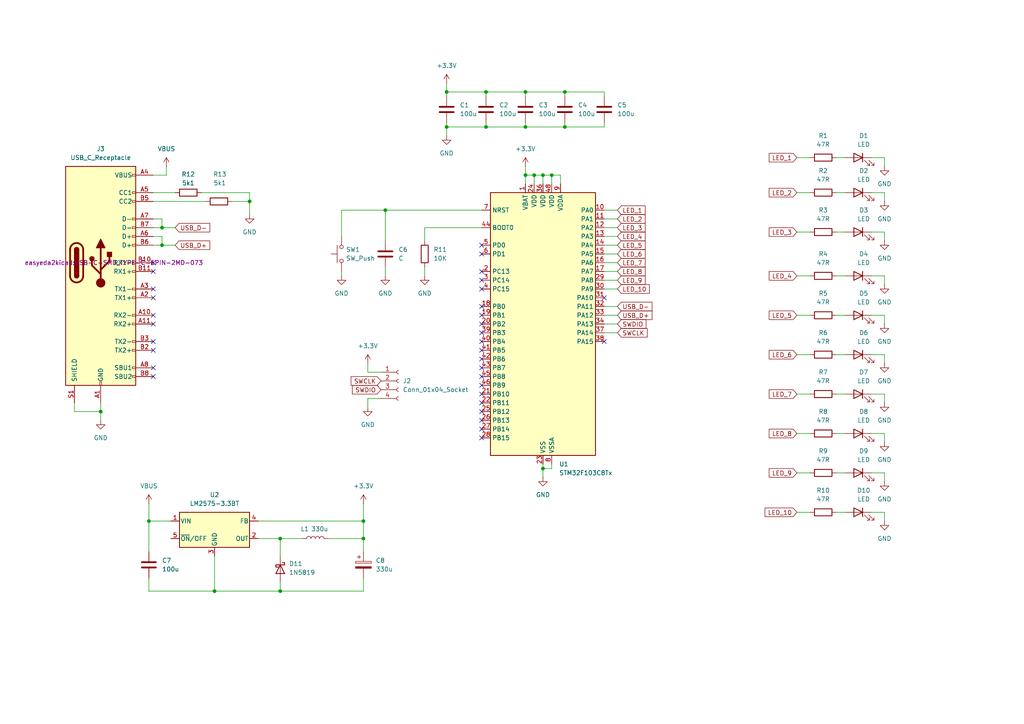
<source format=kicad_sch>
(kicad_sch (version 20250114) (generator "eeschema") (generator_version "9.0")
  (paper "A4")
  (lib_symbols
    (symbol "Connector:Conn_01x04_Socket" (pin_names (offset 1.016) (hide yes))
      (property "Reference" "J" (at 0 5.08 0))
      (property "Value" "Conn_01x04_Socket" (at 0 -7.62 0))
      (symbol "Conn_01x04_Socket_1_1"
        (polyline (pts (xy -1.27 2.54) (xy -0.508 2.54)) (stroke (width 0.1524)))
        (polyline (pts (xy -1.27 0) (xy -0.508 0)) (stroke (width 0.1524)))
        (polyline (pts (xy -1.27 -2.54) (xy -0.508 -2.54)) (stroke (width 0.1524)))
        (polyline (pts (xy -1.27 -5.08) (xy -0.508 -5.08)) (stroke (width 0.1524)))
        (arc (start 0 2.032) (mid -0.5058 2.54) (end 0 3.048) (stroke (width 0.1524)))
        (arc (start 0 -0.508) (mid -0.5058 0) (end 0 0.508) (stroke (width 0.1524)))
        (arc (start 0 -3.048) (mid -0.5058 -2.54) (end 0 -2.032) (stroke (width 0.1524)))
        (arc (start 0 -5.588) (mid -0.5058 -5.08) (end 0 -4.572) (stroke (width 0.1524)))
        (pin passive line (at -5.08 2.54 0) (length 3.81) (name "Pin_1") (number "1"))
        (pin passive line (at -5.08 0 0) (length 3.81) (name "Pin_2") (number "2"))
        (pin passive line (at -5.08 -2.54 0) (length 3.81) (name "Pin_3") (number "3"))
        (pin passive line (at -5.08 -5.08 0) (length 3.81) (name "Pin_4") (number "4"))
      )
    )
    (symbol "Connector:USB_C_Receptacle" (pin_names (offset 1.016))
      (property "Reference" "J" (at -10.16 29.21 0))
      (property "Value" "USB_C_Receptacle" (at 10.16 29.21 0))
      (symbol "USB_C_Receptacle_0_0"
        (rectangle (start -0.254 -35.56) (end 0.254 -34.544))
        (rectangle (start 10.16 25.654) (end 9.144 25.146))
        (rectangle (start 10.16 20.574) (end 9.144 20.066))
        (rectangle (start 10.16 18.034) (end 9.144 17.526))
        (rectangle (start 10.16 12.954) (end 9.144 12.446))
        (rectangle (start 10.16 10.414) (end 9.144 9.906))
        (rectangle (start 10.16 7.874) (end 9.144 7.366))
        (rectangle (start 10.16 5.334) (end 9.144 4.826))
        (rectangle (start 10.16 0.254) (end 9.144 -0.254))
        (rectangle (start 10.16 -2.286) (end 9.144 -2.794))
        (rectangle (start 10.16 -7.366) (end 9.144 -7.874))
        (rectangle (start 10.16 -9.906) (end 9.144 -10.414))
        (rectangle (start 10.16 -14.986) (end 9.144 -15.494))
        (rectangle (start 10.16 -17.526) (end 9.144 -18.034))
        (rectangle (start 10.16 -22.606) (end 9.144 -23.114))
        (rectangle (start 10.16 -25.146) (end 9.144 -25.654))
        (rectangle (start 10.16 -30.226) (end 9.144 -30.734))
        (rectangle (start 10.16 -32.766) (end 9.144 -33.274))
      )
      (symbol "USB_C_Receptacle_0_1"
        (rectangle (start -10.16 27.94) (end 10.16 -35.56) (stroke (width 0.254)) (fill (type background)))
        (polyline (pts (xy -8.89 -3.81) (xy -8.89 3.81)) (stroke (width 0.508)))
        (rectangle (start -7.62 -3.81) (end -6.35 3.81) (stroke (width 0.254)) (fill (type outline)))
        (arc (start -7.62 3.81) (mid -6.985 4.4423) (end -6.35 3.81) (stroke (width 0.254)))
        (arc (start -7.62 3.81) (mid -6.985 4.4423) (end -6.35 3.81) (stroke (width 0.254)) (fill (type outline)))
        (arc (start -8.89 3.81) (mid -6.985 5.7067) (end -5.08 3.81) (stroke (width 0.508)))
        (arc (start -5.08 -3.81) (mid -6.985 -5.7067) (end -8.89 -3.81) (stroke (width 0.508)))
        (arc (start -6.35 -3.81) (mid -6.985 -4.4423) (end -7.62 -3.81) (stroke (width 0.254)))
        (arc (start -6.35 -3.81) (mid -6.985 -4.4423) (end -7.62 -3.81) (stroke (width 0.254)) (fill (type outline)))
        (polyline (pts (xy -5.08 3.81) (xy -5.08 -3.81)) (stroke (width 0.508)))
      )
      (symbol "USB_C_Receptacle_1_1"
        (circle (center -2.54 1.143) (radius 0.635) (stroke (width 0.254)) (fill (type outline)))
        (polyline (pts (xy -1.27 4.318) (xy 0 6.858) (xy 1.27 4.318) (xy -1.27 4.318)) (stroke (width 0.254)) (fill (type outline)))
        (polyline (pts (xy 0 -2.032) (xy 2.54 0.508) (xy 2.54 1.778)) (stroke (width 0.508)))
        (polyline (pts (xy 0 -3.302) (xy -2.54 -0.762) (xy -2.54 0.508)) (stroke (width 0.508)))
        (polyline (pts (xy 0 -5.842) (xy 0 4.318)) (stroke (width 0.508)))
        (circle (center 0 -5.842) (radius 1.27) (fill (type outline)))
        (rectangle (start 1.905 1.778) (end 3.175 3.048) (stroke (width 0.254)) (fill (type outline)))
        (pin passive line (at -7.62 -40.64 90) (length 5.08) (name "SHIELD") (number "S1"))
        (pin passive line (at 0 -40.64 90) (length 5.08) (name "GND") (number "A1"))
        (pin passive line (at 0 -40.64 90) (length 5.08) (hide yes) (name "GND") (number "A12"))
        (pin passive line (at 0 -40.64 90) (length 5.08) (hide yes) (name "GND") (number "B1"))
        (pin passive line (at 0 -40.64 90) (length 5.08) (hide yes) (name "GND") (number "B12"))
        (pin passive line (at 15.24 25.4 180) (length 5.08) (name "VBUS") (number "A4"))
        (pin passive line (at 15.24 25.4 180) (length 5.08) (hide yes) (name "VBUS") (number "A9"))
        (pin passive line (at 15.24 25.4 180) (length 5.08) (hide yes) (name "VBUS") (number "B4"))
        (pin passive line (at 15.24 25.4 180) (length 5.08) (hide yes) (name "VBUS") (number "B9"))
        (pin bidirectional line (at 15.24 20.32 180) (length 5.08) (name "CC1") (number "A5"))
        (pin bidirectional line (at 15.24 17.78 180) (length 5.08) (name "CC2") (number "B5"))
        (pin bidirectional line (at 15.24 12.7 180) (length 5.08) (name "D-") (number "A7"))
        (pin bidirectional line (at 15.24 10.16 180) (length 5.08) (name "D-") (number "B7"))
        (pin bidirectional line (at 15.24 7.62 180) (length 5.08) (name "D+") (number "A6"))
        (pin bidirectional line (at 15.24 5.08 180) (length 5.08) (name "D+") (number "B6"))
        (pin bidirectional line (at 15.24 0 180) (length 5.08) (name "RX1-") (number "B10"))
        (pin bidirectional line (at 15.24 -2.54 180) (length 5.08) (name "RX1+") (number "B11"))
        (pin bidirectional line (at 15.24 -7.62 180) (length 5.08) (name "TX1-") (number "A3"))
        (pin bidirectional line (at 15.24 -10.16 180) (length 5.08) (name "TX1+") (number "A2"))
        (pin bidirectional line (at 15.24 -15.24 180) (length 5.08) (name "RX2-") (number "A10"))
        (pin bidirectional line (at 15.24 -17.78 180) (length 5.08) (name "RX2+") (number "A11"))
        (pin bidirectional line (at 15.24 -22.86 180) (length 5.08) (name "TX2-") (number "B3"))
        (pin bidirectional line (at 15.24 -25.4 180) (length 5.08) (name "TX2+") (number "B2"))
        (pin bidirectional line (at 15.24 -30.48 180) (length 5.08) (name "SBU1") (number "A8"))
        (pin bidirectional line (at 15.24 -33.02 180) (length 5.08) (name "SBU2") (number "B8"))
      )
    )
    (symbol "Device:C" (pin_numbers (hide yes)) (pin_names (offset 0.254))
      (property "Reference" "C" (at 0.635 2.54 0))
      (property "Value" "C" (at 0.635 -2.54 0))
      (symbol "C_0_1"
        (polyline (pts (xy -2.032 0.762) (xy 2.032 0.762)) (stroke (width 0.508)))
        (polyline (pts (xy -2.032 -0.762) (xy 2.032 -0.762)) (stroke (width 0.508)))
      )
      (symbol "C_1_1"
        (pin passive line (at 0 3.81 270) (length 2.794) (name "~") (number "1"))
        (pin passive line (at 0 -3.81 90) (length 2.794) (name "~") (number "2"))
      )
    )
    (symbol "Device:C_Polarized" (pin_numbers (hide yes)) (pin_names (offset 0.254))
      (property "Reference" "C" (at 0.635 2.54 0))
      (property "Value" "C_Polarized" (at 0.635 -2.54 0))
      (symbol "C_Polarized_0_1"
        (rectangle (start -2.286 0.508) (end 2.286 1.016))
        (polyline (pts (xy -1.778 2.286) (xy -0.762 2.286)))
        (polyline (pts (xy -1.27 2.794) (xy -1.27 1.778)))
        (rectangle (start 2.286 -0.508) (end -2.286 -1.016) (fill (type outline)))
      )
      (symbol "C_Polarized_1_1"
        (pin passive line (at 0 3.81 270) (length 2.794) (name "~") (number "1"))
        (pin passive line (at 0 -3.81 90) (length 2.794) (name "~") (number "2"))
      )
    )
    (symbol "Device:L" (pin_numbers (hide yes)) (pin_names (offset 1.016) (hide yes))
      (property "Reference" "L" (at -1.27 0 90))
      (property "Value" "L" (at 1.905 0 90))
      (symbol "L_0_1"
        (arc (start 0 2.54) (mid 0.6323 1.905) (end 0 1.27))
        (arc (start 0 1.27) (mid 0.6323 0.635) (end 0 0))
        (arc (start 0 0) (mid 0.6323 -0.635) (end 0 -1.27))
        (arc (start 0 -1.27) (mid 0.6323 -1.905) (end 0 -2.54))
      )
      (symbol "L_1_1"
        (pin passive line (at 0 3.81 270) (length 1.27) (name "1") (number "1"))
        (pin passive line (at 0 -3.81 90) (length 1.27) (name "2") (number "2"))
      )
    )
    (symbol "Device:LED" (pin_numbers (hide yes)) (pin_names (offset 1.016) (hide yes))
      (property "Reference" "D" (at 0 2.54 0))
      (property "Value" "LED" (at 0 -2.54 0))
      (symbol "LED_0_1"
        (polyline (pts (xy -3.048 -0.762) (xy -4.572 -2.286) (xy -3.81 -2.286) (xy -4.572 -2.286) (xy -4.572 -1.524)))
        (polyline (pts (xy -1.778 -0.762) (xy -3.302 -2.286) (xy -2.54 -2.286) (xy -3.302 -2.286) (xy -3.302 -1.524)))
        (polyline (pts (xy -1.27 0) (xy 1.27 0)))
        (polyline (pts (xy -1.27 -1.27) (xy -1.27 1.27)) (stroke (width 0.254)))
        (polyline (pts (xy 1.27 -1.27) (xy 1.27 1.27) (xy -1.27 0) (xy 1.27 -1.27)) (stroke (width 0.254)))
      )
      (symbol "LED_1_1"
        (pin passive line (at -3.81 0 0) (length 2.54) (name "K") (number "1"))
        (pin passive line (at 3.81 0 180) (length 2.54) (name "A") (number "2"))
      )
    )
    (symbol "Device:R" (pin_numbers (hide yes)) (pin_names (offset 0))
      (property "Reference" "R" (at 2.032 0 90))
      (property "Value" "R" (at 0 0 90))
      (symbol "R_0_1"
        (rectangle (start -1.016 -2.54) (end 1.016 2.54) (stroke (width 0.254)))
      )
      (symbol "R_1_1"
        (pin passive line (at 0 3.81 270) (length 1.27) (name "~") (number "1"))
        (pin passive line (at 0 -3.81 90) (length 1.27) (name "~") (number "2"))
      )
    )
    (symbol "Diode:1N5819" (pin_numbers (hide yes)) (pin_names (offset 1.016) (hide yes))
      (property "Reference" "D" (at 0 2.54 0))
      (property "Value" "1N5819" (at 0 -2.54 0))
      (symbol "1N5819_0_1"
        (polyline (pts (xy -1.905 0.635) (xy -1.905 1.27) (xy -1.27 1.27) (xy -1.27 -1.27) (xy -0.635 -1.27) (xy -0.635 -0.635)) (stroke (width 0.254)))
        (polyline (pts (xy 1.27 1.27) (xy 1.27 -1.27) (xy -1.27 0) (xy 1.27 1.27)) (stroke (width 0.254)))
        (polyline (pts (xy 1.27 0) (xy -1.27 0)))
      )
      (symbol "1N5819_1_1"
        (pin passive line (at -3.81 0 0) (length 2.54) (name "K") (number "1"))
        (pin passive line (at 3.81 0 180) (length 2.54) (name "A") (number "2"))
      )
    )
    (symbol "MCU_ST_STM32F1:STM32F103C8Tx"
      (property "Reference" "U" (at -15.24 39.37 0))
      (property "Value" "STM32F103C8Tx" (at 7.62 39.37 0))
      (symbol "STM32F103C8Tx_0_1"
        (rectangle (start -15.24 -38.1) (end 15.24 38.1) (stroke (width 0.254)) (fill (type background)))
      )
      (symbol "STM32F103C8Tx_1_1"
        (pin input line (at -17.78 33.02 0) (length 2.54) (name "NRST") (number "7"))
        (pin input line (at -17.78 27.94 0) (length 2.54) (name "BOOT0") (number "44"))
        (pin bidirectional line (at -17.78 22.86 0) (length 2.54) (name "PD0") (number "5"))
        (pin bidirectional line (at -17.78 20.32 0) (length 2.54) (name "PD1") (number "6"))
        (pin bidirectional line (at -17.78 15.24 0) (length 2.54) (name "PC13") (number "2"))
        (pin bidirectional line (at -17.78 12.7 0) (length 2.54) (name "PC14") (number "3"))
        (pin bidirectional line (at -17.78 10.16 0) (length 2.54) (name "PC15") (number "4"))
        (pin bidirectional line (at -17.78 5.08 0) (length 2.54) (name "PB0") (number "18"))
        (pin bidirectional line (at -17.78 2.54 0) (length 2.54) (name "PB1") (number "19"))
        (pin bidirectional line (at -17.78 0 0) (length 2.54) (name "PB2") (number "20"))
        (pin bidirectional line (at -17.78 -2.54 0) (length 2.54) (name "PB3") (number "39"))
        (pin bidirectional line (at -17.78 -5.08 0) (length 2.54) (name "PB4") (number "40"))
        (pin bidirectional line (at -17.78 -7.62 0) (length 2.54) (name "PB5") (number "41"))
        (pin bidirectional line (at -17.78 -10.16 0) (length 2.54) (name "PB6") (number "42"))
        (pin bidirectional line (at -17.78 -12.7 0) (length 2.54) (name "PB7") (number "43"))
        (pin bidirectional line (at -17.78 -15.24 0) (length 2.54) (name "PB8") (number "45"))
        (pin bidirectional line (at -17.78 -17.78 0) (length 2.54) (name "PB9") (number "46"))
        (pin bidirectional line (at -17.78 -20.32 0) (length 2.54) (name "PB10") (number "21"))
        (pin bidirectional line (at -17.78 -22.86 0) (length 2.54) (name "PB11") (number "22"))
        (pin bidirectional line (at -17.78 -25.4 0) (length 2.54) (name "PB12") (number "25"))
        (pin bidirectional line (at -17.78 -27.94 0) (length 2.54) (name "PB13") (number "26"))
        (pin bidirectional line (at -17.78 -30.48 0) (length 2.54) (name "PB14") (number "27"))
        (pin bidirectional line (at -17.78 -33.02 0) (length 2.54) (name "PB15") (number "28"))
        (pin power_in line (at -5.08 40.64 270) (length 2.54) (name "VBAT") (number "1"))
        (pin power_in line (at -2.54 40.64 270) (length 2.54) (name "VDD") (number "24"))
        (pin power_in line (at 0 40.64 270) (length 2.54) (name "VDD") (number "36"))
        (pin power_in line (at 0 -40.64 90) (length 2.54) (name "VSS") (number "23"))
        (pin passive line (at 0 -40.64 90) (length 2.54) (hide yes) (name "VSS") (number "35"))
        (pin passive line (at 0 -40.64 90) (length 2.54) (hide yes) (name "VSS") (number "47"))
        (pin power_in line (at 2.54 40.64 270) (length 2.54) (name "VDD") (number "48"))
        (pin power_in line (at 2.54 -40.64 90) (length 2.54) (name "VSSA") (number "8"))
        (pin power_in line (at 5.08 40.64 270) (length 2.54) (name "VDDA") (number "9"))
        (pin bidirectional line (at 17.78 33.02 180) (length 2.54) (name "PA0") (number "10"))
        (pin bidirectional line (at 17.78 30.48 180) (length 2.54) (name "PA1") (number "11"))
        (pin bidirectional line (at 17.78 27.94 180) (length 2.54) (name "PA2") (number "12"))
        (pin bidirectional line (at 17.78 25.4 180) (length 2.54) (name "PA3") (number "13"))
        (pin bidirectional line (at 17.78 22.86 180) (length 2.54) (name "PA4") (number "14"))
        (pin bidirectional line (at 17.78 20.32 180) (length 2.54) (name "PA5") (number "15"))
        (pin bidirectional line (at 17.78 17.78 180) (length 2.54) (name "PA6") (number "16"))
        (pin bidirectional line (at 17.78 15.24 180) (length 2.54) (name "PA7") (number "17"))
        (pin bidirectional line (at 17.78 12.7 180) (length 2.54) (name "PA8") (number "29"))
        (pin bidirectional line (at 17.78 10.16 180) (length 2.54) (name "PA9") (number "30"))
        (pin bidirectional line (at 17.78 7.62 180) (length 2.54) (name "PA10") (number "31"))
        (pin bidirectional line (at 17.78 5.08 180) (length 2.54) (name "PA11") (number "32"))
        (pin bidirectional line (at 17.78 2.54 180) (length 2.54) (name "PA12") (number "33"))
        (pin bidirectional line (at 17.78 0 180) (length 2.54) (name "PA13") (number "34"))
        (pin bidirectional line (at 17.78 -2.54 180) (length 2.54) (name "PA14") (number "37"))
        (pin bidirectional line (at 17.78 -5.08 180) (length 2.54) (name "PA15") (number "38"))
      )
    )
    (symbol "Regulator_Switching:LM2575-3.3BT" (pin_names (offset 0.254))
      (property "Reference" "U" (at -10.16 6.35 0))
      (property "Value" "LM2575-3.3BT" (at 0 6.35 0))
      (symbol "LM2575-3.3BT_0_1"
        (rectangle (start -10.16 5.08) (end 10.16 -5.08) (stroke (width 0.254)) (fill (type background)))
      )
      (symbol "LM2575-3.3BT_1_1"
        (pin power_in line (at -12.7 2.54 0) (length 2.54) (name "VIN") (number "1"))
        (pin input line (at -12.7 -2.54 0) (length 2.54) (name "~{ON}/OFF") (number "5"))
        (pin power_in line (at 0 -7.62 90) (length 2.54) (name "GND") (number "3"))
        (pin input line (at 12.7 2.54 180) (length 2.54) (name "FB") (number "4"))
        (pin output line (at 12.7 -2.54 180) (length 2.54) (name "OUT") (number "2"))
      )
    )
    (symbol "Switch:SW_Push" (pin_numbers (hide yes)) (pin_names (offset 1.016) (hide yes))
      (property "Reference" "SW" (at 1.27 2.54 0))
      (property "Value" "SW_Push" (at 0 -1.524 0))
      (symbol "SW_Push_0_1"
        (circle (center -2.032 0) (radius 0.508))
        (polyline (pts (xy 0 1.27) (xy 0 3.048)))
        (circle (center 2.032 0) (radius 0.508))
        (polyline (pts (xy 2.54 1.27) (xy -2.54 1.27)))
        (pin passive line (at -5.08 0 0) (length 2.54) (name "1") (number "1"))
        (pin passive line (at 5.08 0 180) (length 2.54) (name "2") (number "2"))
      )
    )
    (symbol "power:+3.3V" (power) (pin_numbers (hide yes)) (pin_names (offset 0) (hide yes))
      (property "Value" "+3.3V" (at 0 3.556 0))
      (symbol "+3.3V_0_1"
        (polyline (pts (xy -0.762 1.27) (xy 0 2.54)))
        (polyline (pts (xy 0 2.54) (xy 0.762 1.27)))
        (polyline (pts (xy 0 0) (xy 0 2.54)))
      )
      (symbol "+3.3V_1_1"
        (pin power_in line (at 0 0 90) (length 0) (name "~") (number "1"))
      )
    )
    (symbol "power:GND" (power) (pin_numbers (hide yes)) (pin_names (offset 0) (hide yes))
      (property "Value" "GND" (at 0 -3.81 0))
      (symbol "GND_0_1"
        (polyline (pts (xy 0 0) (xy 0 -1.27) (xy 1.27 -1.27) (xy 0 -2.54) (xy -1.27 -1.27) (xy 0 -1.27)))
      )
      (symbol "GND_1_1"
        (pin power_in line (at 0 0 270) (length 0) (name "~") (number "1"))
      )
    )
    (symbol "power:VBUS" (power) (pin_numbers (hide yes)) (pin_names (offset 0) (hide yes))
      (property "Value" "VBUS" (at 0 3.556 0))
      (symbol "VBUS_0_1"
        (polyline (pts (xy -0.762 1.27) (xy 0 2.54)))
        (polyline (pts (xy 0 2.54) (xy 0.762 1.27)))
        (polyline (pts (xy 0 0) (xy 0 2.54)))
      )
      (symbol "VBUS_1_1"
        (pin power_in line (at 0 0 90) (length 0) (name "~") (number "1"))
      )
    )
  )
  (junction (at 81.28 171.45))
  (junction (at 163.83 26.67))
  (junction (at 105.41 156.21))
  (junction (at 152.4 50.8))
  (junction (at 72.39 58.42))
  (junction (at 129.54 26.67))
  (junction (at 111.76 60.96))
  (junction (at 157.48 135.89))
  (junction (at 46.99 71.12))
  (junction (at 152.4 26.67))
  (junction (at 140.97 26.67))
  (junction (at 81.28 156.21))
  (junction (at 29.21 119.38))
  (junction (at 152.4 36.83))
  (junction (at 140.97 36.83))
  (junction (at 154.94 50.8))
  (junction (at 43.18 151.13))
  (junction (at 46.99 66.04))
  (junction (at 160.02 50.8))
  (junction (at 105.41 151.13))
  (junction (at 157.48 50.8))
  (junction (at 129.54 36.83))
  (junction (at 62.23 171.45))
  (junction (at 163.83 36.83))
  (no_connect (at 44.45 78.74))
  (no_connect (at 139.7 91.44))
  (no_connect (at 44.45 76.2))
  (no_connect (at 44.45 106.68))
  (no_connect (at 139.7 83.82))
  (no_connect (at 139.7 119.38))
  (no_connect (at 139.7 96.52))
  (no_connect (at 139.7 99.06))
  (no_connect (at 44.45 83.82))
  (no_connect (at 139.7 124.46))
  (no_connect (at 44.45 99.06))
  (no_connect (at 139.7 73.66))
  (no_connect (at 139.7 116.84))
  (no_connect (at 44.45 91.44))
  (no_connect (at 139.7 104.14))
  (no_connect (at 139.7 93.98))
  (no_connect (at 139.7 127))
  (no_connect (at 44.45 86.36))
  (no_connect (at 139.7 114.3))
  (no_connect (at 44.45 101.6))
  (no_connect (at 175.26 99.06))
  (no_connect (at 139.7 109.22))
  (no_connect (at 139.7 106.68))
  (no_connect (at 44.45 109.22))
  (no_connect (at 139.7 81.28))
  (no_connect (at 44.45 93.98))
  (no_connect (at 139.7 88.9))
  (no_connect (at 139.7 71.12))
  (no_connect (at 139.7 78.74))
  (no_connect (at 139.7 101.6))
  (no_connect (at 175.26 86.36))
  (no_connect (at 139.7 111.76))
  (no_connect (at 139.7 121.92))
  (wire (pts (xy 242.57 148.59) (xy 245.11 148.59)))
  (wire (pts (xy 29.21 119.38) (xy 29.21 121.92)))
  (wire (pts (xy 175.26 26.67) (xy 175.26 27.94)))
  (wire (pts (xy 152.4 50.8) (xy 152.4 53.34)))
  (wire (pts (xy 231.14 55.88) (xy 234.95 55.88)))
  (wire (pts (xy 175.26 81.28) (xy 179.07 81.28)))
  (wire (pts (xy 152.4 48.26) (xy 152.4 50.8)))
  (wire (pts (xy 256.54 102.87) (xy 252.73 102.87)))
  (wire (pts (xy 157.48 135.89) (xy 160.02 135.89)))
  (wire (pts (xy 175.26 63.5) (xy 179.07 63.5)))
  (wire (pts (xy 81.28 171.45) (xy 62.23 171.45)))
  (wire (pts (xy 256.54 58.42) (xy 256.54 55.88)))
  (wire (pts (xy 231.14 45.72) (xy 234.95 45.72)))
  (wire (pts (xy 129.54 36.83) (xy 129.54 39.37)))
  (wire (pts (xy 162.56 53.34) (xy 162.56 50.8)))
  (wire (pts (xy 152.4 26.67) (xy 163.83 26.67)))
  (wire (pts (xy 48.26 50.8) (xy 44.45 50.8)))
  (wire (pts (xy 129.54 35.56) (xy 129.54 36.83)))
  (wire (pts (xy 256.54 116.84) (xy 256.54 114.3)))
  (wire (pts (xy 231.14 148.59) (xy 234.95 148.59)))
  (wire (pts (xy 163.83 36.83) (xy 175.26 36.83)))
  (wire (pts (xy 242.57 45.72) (xy 245.11 45.72)))
  (wire (pts (xy 256.54 67.31) (xy 252.73 67.31)))
  (wire (pts (xy 256.54 137.16) (xy 252.73 137.16)))
  (wire (pts (xy 231.14 102.87) (xy 234.95 102.87)))
  (wire (pts (xy 157.48 135.89) (xy 157.48 138.43)))
  (wire (pts (xy 160.02 50.8) (xy 160.02 53.34)))
  (wire (pts (xy 110.49 115.57) (xy 106.68 115.57)))
  (wire (pts (xy 256.54 48.26) (xy 256.54 45.72)))
  (wire (pts (xy 99.06 60.96) (xy 99.06 68.58)))
  (wire (pts (xy 48.26 48.26) (xy 48.26 50.8)))
  (wire (pts (xy 157.48 134.62) (xy 157.48 135.89)))
  (wire (pts (xy 129.54 24.13) (xy 129.54 26.67)))
  (wire (pts (xy 21.59 119.38) (xy 29.21 119.38)))
  (wire (pts (xy 105.41 167.64) (xy 105.41 171.45)))
  (wire (pts (xy 81.28 156.21) (xy 81.28 161.29)))
  (wire (pts (xy 81.28 168.91) (xy 81.28 171.45)))
  (wire (pts (xy 231.14 125.73) (xy 234.95 125.73)))
  (wire (pts (xy 152.4 36.83) (xy 163.83 36.83)))
  (wire (pts (xy 175.26 93.98) (xy 179.07 93.98)))
  (wire (pts (xy 105.41 171.45) (xy 81.28 171.45)))
  (wire (pts (xy 44.45 55.88) (xy 50.8 55.88)))
  (wire (pts (xy 44.45 63.5) (xy 46.99 63.5)))
  (wire (pts (xy 175.26 66.04) (xy 179.07 66.04)))
  (wire (pts (xy 256.54 151.13) (xy 256.54 148.59)))
  (wire (pts (xy 29.21 116.84) (xy 29.21 119.38)))
  (wire (pts (xy 175.26 76.2) (xy 179.07 76.2)))
  (wire (pts (xy 242.57 91.44) (xy 245.11 91.44)))
  (wire (pts (xy 256.54 148.59) (xy 252.73 148.59)))
  (wire (pts (xy 256.54 93.98) (xy 256.54 91.44)))
  (wire (pts (xy 231.14 137.16) (xy 234.95 137.16)))
  (wire (pts (xy 81.28 156.21) (xy 87.63 156.21)))
  (wire (pts (xy 46.99 63.5) (xy 46.99 66.04)))
  (wire (pts (xy 74.93 151.13) (xy 105.41 151.13)))
  (wire (pts (xy 175.26 88.9) (xy 179.07 88.9)))
  (wire (pts (xy 175.26 83.82) (xy 179.07 83.82)))
  (wire (pts (xy 62.23 161.29) (xy 62.23 171.45)))
  (wire (pts (xy 256.54 128.27) (xy 256.54 125.73)))
  (wire (pts (xy 242.57 137.16) (xy 245.11 137.16)))
  (wire (pts (xy 256.54 82.55) (xy 256.54 80.01)))
  (wire (pts (xy 256.54 125.73) (xy 252.73 125.73)))
  (wire (pts (xy 175.26 96.52) (xy 179.07 96.52)))
  (wire (pts (xy 242.57 114.3) (xy 245.11 114.3)))
  (wire (pts (xy 106.68 107.95) (xy 110.49 107.95)))
  (wire (pts (xy 106.68 115.57) (xy 106.68 118.11)))
  (wire (pts (xy 129.54 36.83) (xy 140.97 36.83)))
  (wire (pts (xy 43.18 151.13) (xy 43.18 160.02)))
  (wire (pts (xy 242.57 55.88) (xy 245.11 55.88)))
  (wire (pts (xy 58.42 55.88) (xy 72.39 55.88)))
  (wire (pts (xy 46.99 68.58) (xy 46.99 71.12)))
  (wire (pts (xy 106.68 105.41) (xy 106.68 107.95)))
  (wire (pts (xy 256.54 80.01) (xy 252.73 80.01)))
  (wire (pts (xy 140.97 26.67) (xy 152.4 26.67)))
  (wire (pts (xy 43.18 146.05) (xy 43.18 151.13)))
  (wire (pts (xy 46.99 71.12) (xy 50.8 71.12)))
  (wire (pts (xy 154.94 50.8) (xy 157.48 50.8)))
  (wire (pts (xy 46.99 71.12) (xy 44.45 71.12)))
  (wire (pts (xy 43.18 151.13) (xy 49.53 151.13)))
  (wire (pts (xy 140.97 26.67) (xy 140.97 27.94)))
  (wire (pts (xy 154.94 53.34) (xy 154.94 50.8)))
  (wire (pts (xy 44.45 58.42) (xy 59.69 58.42)))
  (wire (pts (xy 111.76 60.96) (xy 111.76 69.85)))
  (wire (pts (xy 46.99 66.04) (xy 44.45 66.04)))
  (wire (pts (xy 129.54 26.67) (xy 129.54 27.94)))
  (wire (pts (xy 111.76 77.47) (xy 111.76 80.01)))
  (wire (pts (xy 74.93 156.21) (xy 81.28 156.21)))
  (wire (pts (xy 157.48 50.8) (xy 160.02 50.8)))
  (wire (pts (xy 129.54 26.67) (xy 140.97 26.67)))
  (wire (pts (xy 95.25 156.21) (xy 105.41 156.21)))
  (wire (pts (xy 242.57 102.87) (xy 245.11 102.87)))
  (wire (pts (xy 152.4 26.67) (xy 152.4 27.94)))
  (wire (pts (xy 72.39 58.42) (xy 72.39 62.23)))
  (wire (pts (xy 256.54 91.44) (xy 252.73 91.44)))
  (wire (pts (xy 152.4 50.8) (xy 154.94 50.8)))
  (wire (pts (xy 231.14 114.3) (xy 234.95 114.3)))
  (wire (pts (xy 123.19 69.85) (xy 123.19 66.04)))
  (wire (pts (xy 256.54 69.85) (xy 256.54 67.31)))
  (wire (pts (xy 152.4 35.56) (xy 152.4 36.83)))
  (wire (pts (xy 46.99 66.04) (xy 50.8 66.04)))
  (wire (pts (xy 175.26 73.66) (xy 179.07 73.66)))
  (wire (pts (xy 175.26 71.12) (xy 179.07 71.12)))
  (wire (pts (xy 21.59 116.84) (xy 21.59 119.38)))
  (wire (pts (xy 162.56 50.8) (xy 160.02 50.8)))
  (wire (pts (xy 256.54 139.7) (xy 256.54 137.16)))
  (wire (pts (xy 44.45 68.58) (xy 46.99 68.58)))
  (wire (pts (xy 256.54 114.3) (xy 252.73 114.3)))
  (wire (pts (xy 231.14 67.31) (xy 234.95 67.31)))
  (wire (pts (xy 256.54 55.88) (xy 252.73 55.88)))
  (wire (pts (xy 99.06 60.96) (xy 111.76 60.96)))
  (wire (pts (xy 111.76 60.96) (xy 139.7 60.96)))
  (wire (pts (xy 123.19 66.04) (xy 139.7 66.04)))
  (wire (pts (xy 175.26 36.83) (xy 175.26 35.56)))
  (wire (pts (xy 231.14 80.01) (xy 234.95 80.01)))
  (wire (pts (xy 256.54 45.72) (xy 252.73 45.72)))
  (wire (pts (xy 242.57 80.01) (xy 245.11 80.01)))
  (wire (pts (xy 105.41 151.13) (xy 105.41 156.21)))
  (wire (pts (xy 175.26 68.58) (xy 179.07 68.58)))
  (wire (pts (xy 242.57 125.73) (xy 245.11 125.73)))
  (wire (pts (xy 256.54 105.41) (xy 256.54 102.87)))
  (wire (pts (xy 72.39 55.88) (xy 72.39 58.42)))
  (wire (pts (xy 163.83 26.67) (xy 163.83 27.94)))
  (wire (pts (xy 160.02 135.89) (xy 160.02 134.62)))
  (wire (pts (xy 62.23 171.45) (xy 43.18 171.45)))
  (wire (pts (xy 105.41 156.21) (xy 105.41 160.02)))
  (wire (pts (xy 157.48 50.8) (xy 157.48 53.34)))
  (wire (pts (xy 140.97 36.83) (xy 152.4 36.83)))
  (wire (pts (xy 67.31 58.42) (xy 72.39 58.42)))
  (wire (pts (xy 175.26 91.44) (xy 179.07 91.44)))
  (wire (pts (xy 175.26 78.74) (xy 179.07 78.74)))
  (wire (pts (xy 163.83 26.67) (xy 175.26 26.67)))
  (wire (pts (xy 242.57 67.31) (xy 245.11 67.31)))
  (wire (pts (xy 99.06 78.74) (xy 99.06 80.01)))
  (wire (pts (xy 163.83 35.56) (xy 163.83 36.83)))
  (wire (pts (xy 105.41 146.05) (xy 105.41 151.13)))
  (wire (pts (xy 231.14 91.44) (xy 234.95 91.44)))
  (wire (pts (xy 140.97 35.56) (xy 140.97 36.83)))
  (wire (pts (xy 123.19 77.47) (xy 123.19 80.01)))
  (wire (pts (xy 175.26 60.96) (xy 179.07 60.96)))
  (wire (pts (xy 43.18 171.45) (xy 43.18 167.64)))
  (global_label "LED_5" (shape input) (at 231.14 91.44 180) (property "Intersheetrefs" "${INTERSHEET_REFS}" (effects (hide yes))))
  (global_label "LED_2" (shape input) (at 179.07 63.5 0) (property "Intersheetrefs" "${INTERSHEET_REFS}" (effects (hide yes))))
  (global_label "LED_4" (shape input) (at 231.14 80.01 180) (property "Intersheetrefs" "${INTERSHEET_REFS}" (effects (hide yes))))
  (global_label "USB_D-" (shape input) (at 50.8 66.04 0) (property "Intersheetrefs" "${INTERSHEET_REFS}" (effects (hide yes))))
  (global_label "USB_D-" (shape input) (at 179.07 88.9 0) (property "Intersheetrefs" "${INTERSHEET_REFS}" (effects (hide yes))))
  (global_label "SWCLK" (shape input) (at 110.49 110.49 180) (property "Intersheetrefs" "${INTERSHEET_REFS}" (effects (hide yes))))
  (global_label "SWDIO" (shape input) (at 110.49 113.03 180) (property "Intersheetrefs" "${INTERSHEET_REFS}" (effects (hide yes))))
  (global_label "SWCLK" (shape input) (at 179.07 96.52 0) (property "Intersheetrefs" "${INTERSHEET_REFS}" (effects (hide yes))))
  (global_label "LED_4" (shape input) (at 179.07 68.58 0) (property "Intersheetrefs" "${INTERSHEET_REFS}" (effects (hide yes))))
  (global_label "LED_1" (shape input) (at 231.14 45.72 180) (property "Intersheetrefs" "${INTERSHEET_REFS}" (effects (hide yes))))
  (global_label "USB_D+" (shape input) (at 50.8 71.12 0) (property "Intersheetrefs" "${INTERSHEET_REFS}" (effects (hide yes))))
  (global_label "USB_D+" (shape input) (at 179.07 91.44 0) (property "Intersheetrefs" "${INTERSHEET_REFS}" (effects (hide yes))))
  (global_label "LED_10" (shape input) (at 231.14 148.59 180) (property "Intersheetrefs" "${INTERSHEET_REFS}" (effects (hide yes))))
  (global_label "LED_6" (shape input) (at 179.07 73.66 0) (property "Intersheetrefs" "${INTERSHEET_REFS}" (effects (hide yes))))
  (global_label "LED_3" (shape input) (at 231.14 67.31 180) (property "Intersheetrefs" "${INTERSHEET_REFS}" (effects (hide yes))))
  (global_label "LED_9" (shape input) (at 231.14 137.16 180) (property "Intersheetrefs" "${INTERSHEET_REFS}" (effects (hide yes))))
  (global_label "LED_3" (shape input) (at 179.07 66.04 0) (property "Intersheetrefs" "${INTERSHEET_REFS}" (effects (hide yes))))
  (global_label "LED_9" (shape input) (at 179.07 81.28 0) (property "Intersheetrefs" "${INTERSHEET_REFS}" (effects (hide yes))))
  (global_label "LED_7" (shape input) (at 179.07 76.2 0) (property "Intersheetrefs" "${INTERSHEET_REFS}" (effects (hide yes))))
  (global_label "LED_1" (shape input) (at 179.07 60.96 0) (property "Intersheetrefs" "${INTERSHEET_REFS}" (effects (hide yes))))
  (global_label "LED_8" (shape input) (at 179.07 78.74 0) (property "Intersheetrefs" "${INTERSHEET_REFS}" (effects (hide yes))))
  (global_label "LED_6" (shape input) (at 231.14 102.87 180) (property "Intersheetrefs" "${INTERSHEET_REFS}" (effects (hide yes))))
  (global_label "LED_8" (shape input) (at 231.14 125.73 180) (property "Intersheetrefs" "${INTERSHEET_REFS}" (effects (hide yes))))
  (global_label "LED_10" (shape input) (at 179.07 83.82 0) (property "Intersheetrefs" "${INTERSHEET_REFS}" (effects (hide yes))))
  (global_label "LED_2" (shape input) (at 231.14 55.88 180) (property "Intersheetrefs" "${INTERSHEET_REFS}" (effects (hide yes))))
  (global_label "LED_7" (shape input) (at 231.14 114.3 180) (property "Intersheetrefs" "${INTERSHEET_REFS}" (effects (hide yes))))
  (global_label "LED_5" (shape input) (at 179.07 71.12 0) (property "Intersheetrefs" "${INTERSHEET_REFS}" (effects (hide yes))))
  (global_label "SWDIO" (shape input) (at 179.07 93.98 0) (property "Intersheetrefs" "${INTERSHEET_REFS}" (effects (hide yes))))
  (symbol (lib_id "power:GND") (at 99.06 80.01 0) (unit 1)
    (property "Reference" "#PWR018" (effects (hide yes)))
    (property "Value" "GND" (at 99.06 85.09 0))
    (property "Description" "Power symbol creates a global label with name \"GND\" , ground" (effects (hide yes)))
  )
  (symbol (lib_id "Device:R") (at 54.61 55.88 90) (unit 1)
    (property "Reference" "R12" (at 54.61 50.546 90))
    (property "Value" "5k1" (at 54.61 53.086 90))
    (property "Footprint" "LED_SMD:LED_0603_1608Metric_Pad1.05x0.95mm_HandSolder" (effects (hide yes)))
    (property "Description" "Resistor" (effects (hide yes)))
  )
  (symbol (lib_id "power:GND") (at 256.54 128.27 0) (unit 1)
    (property "Reference" "#PWR014" (effects (hide yes)))
    (property "Value" "GND" (at 256.54 133.35 0))
    (property "Description" "Power symbol creates a global label with name \"GND\" , ground" (effects (hide yes)))
  )
  (symbol (lib_id "Device:LED") (at 248.92 80.01 0) (mirror y) (unit 1)
    (property "Reference" "D4" (at 250.5075 73.66 0))
    (property "Value" "LED" (at 250.5075 76.2 0))
    (property "Footprint" "LED_SMD:LED_0603_1608Metric_Pad1.05x0.95mm_HandSolder" (effects (hide yes)))
    (property "Datasheet" "https://lcsc.com/datasheet/lcsc_datasheet_2504101957_XINGLIGHT-XL-1608SURC-04_C965798.pdf" (effects (hide yes)))
    (property "Description" "Light emitting diode, XINGLIGHT XL-1608SURC-04, LCSC: C965798" (effects (hide yes)))
    (property "Sim.Pins" "1=K 2=A" (effects (hide yes)))
  )
  (symbol (lib_id "Device:LED") (at 248.92 148.59 0) (mirror y) (unit 1)
    (property "Reference" "D10" (at 250.5075 142.24 0))
    (property "Value" "LED" (at 250.5075 144.78 0))
    (property "Footprint" "LED_SMD:LED_0603_1608Metric_Pad1.05x0.95mm_HandSolder" (effects (hide yes)))
    (property "Datasheet" "https://lcsc.com/datasheet/lcsc_datasheet_2504101957_XINGLIGHT-XL-1608SURC-04_C965798.pdf" (effects (hide yes)))
    (property "Description" "Light emitting diode, XINGLIGHT XL-1608SURC-04, LCSC: C965798" (effects (hide yes)))
    (property "Sim.Pins" "1=K 2=A" (effects (hide yes)))
  )
  (symbol (lib_id "Device:LED") (at 248.92 114.3 0) (mirror y) (unit 1)
    (property "Reference" "D7" (at 250.5075 107.95 0))
    (property "Value" "LED" (at 250.5075 110.49 0))
    (property "Footprint" "LED_SMD:LED_0603_1608Metric_Pad1.05x0.95mm_HandSolder" (effects (hide yes)))
    (property "Datasheet" "https://lcsc.com/datasheet/lcsc_datasheet_2504101957_XINGLIGHT-XL-1608SURC-04_C965798.pdf" (effects (hide yes)))
    (property "Description" "Light emitting diode, XINGLIGHT XL-1608SURC-04, LCSC: C965798" (effects (hide yes)))
    (property "Sim.Pins" "1=K 2=A" (effects (hide yes)))
  )
  (symbol (lib_id "power:GND") (at 157.48 138.43 0) (unit 1)
    (property "Reference" "#PWR06" (effects (hide yes)))
    (property "Value" "GND" (at 157.48 143.51 0))
    (property "Description" "Power symbol creates a global label with name \"GND\" , ground" (effects (hide yes)))
  )
  (symbol (lib_id "power:GND") (at 129.54 39.37 0) (unit 1)
    (property "Reference" "#PWR02" (effects (hide yes)))
    (property "Value" "GND" (at 129.54 44.45 0))
    (property "Description" "Power symbol creates a global label with name \"GND\" , ground" (effects (hide yes)))
  )
  (symbol (lib_id "Device:R") (at 238.76 148.59 270) (mirror x) (unit 1)
    (property "Reference" "R10" (at 238.76 142.24 90))
    (property "Value" "47R" (at 238.76 144.78 90))
    (property "Footprint" "LED_SMD:LED_0603_1608Metric_Pad1.05x0.95mm_HandSolder" (effects (hide yes)))
    (property "Description" "Resistor" (effects (hide yes)))
  )
  (symbol (lib_id "Device:R") (at 238.76 102.87 270) (mirror x) (unit 1)
    (property "Reference" "R6" (at 238.76 96.52 90))
    (property "Value" "47R" (at 238.76 99.06 90))
    (property "Footprint" "LED_SMD:LED_0603_1608Metric_Pad1.05x0.95mm_HandSolder" (effects (hide yes)))
    (property "Description" "Resistor" (effects (hide yes)))
  )
  (symbol (lib_id "power:GND") (at 106.68 118.11 0) (unit 1)
    (property "Reference" "#PWR03" (effects (hide yes)))
    (property "Value" "GND" (at 106.68 123.19 0))
    (property "Description" "Power symbol creates a global label with name \"GND\" , ground" (effects (hide yes)))
  )
  (symbol (lib_id "Device:R") (at 238.76 114.3 270) (mirror x) (unit 1)
    (property "Reference" "R7" (at 238.76 107.95 90))
    (property "Value" "47R" (at 238.76 110.49 90))
    (property "Footprint" "LED_SMD:LED_0603_1608Metric_Pad1.05x0.95mm_HandSolder" (effects (hide yes)))
    (property "Description" "Resistor" (effects (hide yes)))
  )
  (symbol (lib_id "Connector:USB_C_Receptacle") (at 29.21 76.2 0) (unit 1)
    (property "Reference" "J3" (at 29.21 43.18 0))
    (property "Value" "USB_C_Receptacle" (at 29.21 45.72 0))
    (property "Footprint" "easyeda2kicad:USB-C-SMD_TYPE-C-6PIN-2MD-073" (at 33.02 76.2 0))
    (property "Datasheet" "https://www.usb.org/sites/default/files/documents/usb_type-c.zip" (effects (hide yes)))
    (property "Description" "USB Full-Featured Type-C Receptacle connector" (effects (hide yes)))
  )
  (symbol (lib_id "power:GND") (at 256.54 58.42 0) (unit 1)
    (property "Reference" "#PWR08" (effects (hide yes)))
    (property "Value" "GND" (at 256.54 63.5 0))
    (property "Description" "Power symbol creates a global label with name \"GND\" , ground" (effects (hide yes)))
  )
  (symbol (lib_id "Device:C") (at 175.26 31.75 0) (unit 1)
    (property "Reference" "C5" (at 179.07 30.4799 0) (effects (justify left)))
    (property "Value" "100u" (at 179.07 33.0199 0) (effects (justify left)))
    (property "Footprint" "Capacitor_SMD:C_0603_1608Metric_Pad1.08x0.95mm_HandSolder" (effects (hide yes)))
    (property "Description" "Unpolarized capacitor" (effects (hide yes)))
  )
  (symbol (lib_id "Device:LED") (at 248.92 125.73 0) (mirror y) (unit 1)
    (property "Reference" "D8" (at 250.5075 119.38 0))
    (property "Value" "LED" (at 250.5075 121.92 0))
    (property "Footprint" "LED_SMD:LED_0603_1608Metric_Pad1.05x0.95mm_HandSolder" (effects (hide yes)))
    (property "Datasheet" "https://lcsc.com/datasheet/lcsc_datasheet_2504101957_XINGLIGHT-XL-1608SURC-04_C965798.pdf" (effects (hide yes)))
    (property "Description" "Light emitting diode, XINGLIGHT XL-1608SURC-04, LCSC: C965798" (effects (hide yes)))
    (property "Sim.Pins" "1=K 2=A" (effects (hide yes)))
  )
  (symbol (lib_id "power:+3.3V") (at 105.41 146.05 0) (unit 1)
    (property "Reference" "#PWR022" (effects (hide yes)))
    (property "Value" "+3.3V" (at 105.41 140.97 0))
    (property "Description" "Power symbol creates a global label with name \"+3.3V\"" (effects (hide yes)))
  )
  (symbol (lib_id "power:GND") (at 256.54 139.7 0) (unit 1)
    (property "Reference" "#PWR015" (effects (hide yes)))
    (property "Value" "GND" (at 256.54 144.78 0))
    (property "Description" "Power symbol creates a global label with name \"GND\" , ground" (effects (hide yes)))
  )
  (symbol (lib_id "Device:R") (at 238.76 55.88 270) (mirror x) (unit 1)
    (property "Reference" "R2" (at 238.76 49.53 90))
    (property "Value" "47R" (at 238.76 52.07 90))
    (property "Footprint" "LED_SMD:LED_0603_1608Metric_Pad1.05x0.95mm_HandSolder" (effects (hide yes)))
    (property "Description" "Resistor" (effects (hide yes)))
  )
  (symbol (lib_id "Device:C_Polarized") (at 105.41 163.83 0) (unit 1)
    (property "Reference" "C8" (at 108.966 162.56 0) (effects (justify left)))
    (property "Value" "330u" (at 108.966 165.1 0) (effects (justify left)))
    (property "Footprint" "Capacitor_SMD:CP_Elec_6.3x7.7" (effects (hide yes)))
    (property "Description" "Polarized capacitor" (effects (hide yes)))
  )
  (symbol (lib_id "power:VBUS") (at 48.26 48.26 0) (unit 1)
    (property "Reference" "#PWR023" (effects (hide yes)))
    (property "Value" "VBUS" (at 48.26 43.18 0))
    (property "Description" "Power symbol creates a global label with name \"VBUS\"" (effects (hide yes)))
  )
  (symbol (lib_id "Regulator_Switching:LM2575-3.3BT") (at 62.23 153.67 0) (unit 1)
    (property "Reference" "U2" (at 62.23 143.51 0))
    (property "Value" "LM2575-3.3BT" (at 62.23 146.05 0))
    (property "Footprint" "Package_TO_SOT_SMD:TO-263-5_TabPin6" (effects (hide yes)))
    (property "Datasheet" "http://ww1.microchip.com/downloads/en/DeviceDoc/lm2575.pdf" (effects (hide yes)))
    (property "Description" "Fixed 3.3V 52kHz Simple 1A Buck Regulator, TO-220-5" (effects (hide yes)))
  )
  (symbol (lib_id "power:VBUS") (at 43.18 146.05 0) (unit 1)
    (property "Reference" "#PWR021" (effects (hide yes)))
    (property "Value" "VBUS" (at 43.18 140.97 0))
    (property "Description" "Power symbol creates a global label with name \"VBUS\"" (effects (hide yes)))
  )
  (symbol (lib_id "Diode:1N5819") (at 81.28 165.1 270) (unit 1)
    (property "Reference" "D11" (at 83.82 163.5124 90) (effects (justify left)))
    (property "Value" "1N5819" (at 83.82 166.0524 90) (effects (justify left)))
    (property "Footprint" "Diode_THT:D_DO-41_SOD81_P10.16mm_Horizontal" (effects (hide yes)))
    (property "Datasheet" "http://www.vishay.com/docs/88525/1n5817.pdf" (effects (hide yes)))
    (property "Description" "40V 1A Schottky Barrier Rectifier Diode, DO-41" (effects (hide yes)))
  )
  (symbol (lib_id "Device:R") (at 123.19 73.66 180) (unit 1)
    (property "Reference" "R11" (at 125.73 72.3899 0) (effects (justify right)))
    (property "Value" "10K" (at 125.73 74.9299 0) (effects (justify right)))
    (property "Footprint" "LED_SMD:LED_0603_1608Metric_Pad1.05x0.95mm_HandSolder" (effects (hide yes)))
    (property "Description" "Resistor" (effects (hide yes)))
  )
  (symbol (lib_id "power:GND") (at 256.54 48.26 0) (unit 1)
    (property "Reference" "#PWR07" (effects (hide yes)))
    (property "Value" "GND" (at 256.54 53.34 0))
    (property "Description" "Power symbol creates a global label with name \"GND\" , ground" (effects (hide yes)))
  )
  (symbol (lib_id "Device:R") (at 238.76 91.44 270) (mirror x) (unit 1)
    (property "Reference" "R5" (at 238.76 85.09 90))
    (property "Value" "47R" (at 238.76 87.63 90))
    (property "Footprint" "LED_SMD:LED_0603_1608Metric_Pad1.05x0.95mm_HandSolder" (effects (hide yes)))
    (property "Description" "Resistor" (effects (hide yes)))
  )
  (symbol (lib_id "Device:R") (at 238.76 45.72 270) (mirror x) (unit 1)
    (property "Reference" "R1" (at 238.76 39.37 90))
    (property "Value" "47R" (at 238.76 41.91 90))
    (property "Footprint" "LED_SMD:LED_0603_1608Metric_Pad1.05x0.95mm_HandSolder" (effects (hide yes)))
    (property "Description" "Resistor" (effects (hide yes)))
  )
  (symbol (lib_id "power:GND") (at 29.21 121.92 0) (unit 1)
    (property "Reference" "#PWR020" (effects (hide yes)))
    (property "Value" "GND" (at 29.21 127 0))
    (property "Description" "Power symbol creates a global label with name \"GND\" , ground" (effects (hide yes)))
  )
  (symbol (lib_id "power:GND") (at 256.54 82.55 0) (unit 1)
    (property "Reference" "#PWR010" (effects (hide yes)))
    (property "Value" "GND" (at 256.54 87.63 0))
    (property "Description" "Power symbol creates a global label with name \"GND\" , ground" (effects (hide yes)))
  )
  (symbol (lib_id "Device:L") (at 91.44 156.21 90) (unit 1)
    (property "Reference" "L1" (at 88.392 153.416 90))
    (property "Value" "330u" (at 92.71 153.416 90))
    (property "Footprint" "Inductor_SMD:L_6.3x6.3_H3" (effects (hide yes)))
    (property "Description" "Inductor" (effects (hide yes)))
  )
  (symbol (lib_id "power:GND") (at 256.54 105.41 0) (unit 1)
    (property "Reference" "#PWR012" (effects (hide yes)))
    (property "Value" "GND" (at 256.54 110.49 0))
    (property "Description" "Power symbol creates a global label with name \"GND\" , ground" (effects (hide yes)))
  )
  (symbol (lib_id "Device:C") (at 129.54 31.75 0) (unit 1)
    (property "Reference" "C1" (at 133.35 30.4799 0) (effects (justify left)))
    (property "Value" "100u" (at 133.35 33.0199 0) (effects (justify left)))
    (property "Footprint" "LED_SMD:LED_0603_1608Metric_Pad1.05x0.95mm_HandSolder" (effects (hide yes)))
    (property "Description" "Unpolarized capacitor" (effects (hide yes)))
  )
  (symbol (lib_id "Device:LED") (at 248.92 67.31 0) (mirror y) (unit 1)
    (property "Reference" "D3" (at 250.5075 60.96 0))
    (property "Value" "LED" (at 250.5075 63.5 0))
    (property "Footprint" "LED_SMD:LED_0603_1608Metric_Pad1.05x0.95mm_HandSolder" (effects (hide yes)))
    (property "Datasheet" "https://lcsc.com/datasheet/lcsc_datasheet_2504101957_XINGLIGHT-XL-1608SURC-04_C965798.pdf" (effects (hide yes)))
    (property "Description" "Light emitting diode, XINGLIGHT XL-1608SURC-04, LCSC: C965798" (effects (hide yes)))
    (property "Sim.Pins" "1=K 2=A" (effects (hide yes)))
  )
  (symbol (lib_id "Device:C") (at 163.83 31.75 0) (unit 1)
    (property "Reference" "C4" (at 167.64 30.4799 0) (effects (justify left)))
    (property "Value" "100u" (at 167.64 33.0199 0) (effects (justify left)))
    (property "Footprint" "Capacitor_SMD:C_0603_1608Metric_Pad1.08x0.95mm_HandSolder" (effects (hide yes)))
    (property "Description" "Unpolarized capacitor" (effects (hide yes)))
  )
  (symbol (lib_id "Device:LED") (at 248.92 45.72 0) (mirror y) (unit 1)
    (property "Reference" "D1" (at 250.5075 39.37 0))
    (property "Value" "LED" (at 250.5075 41.91 0))
    (property "Footprint" "LED_SMD:LED_0603_1608Metric_Pad1.05x0.95mm_HandSolder" (effects (hide yes)))
    (property "Datasheet" "https://lcsc.com/datasheet/lcsc_datasheet_2504101957_XINGLIGHT-XL-1608SURC-04_C965798.pdf" (effects (hide yes)))
    (property "Description" "Light emitting diode, XINGLIGHT XL-1608SURC-04, LCSC: C965798" (effects (hide yes)))
    (property "Sim.Pins" "1=K 2=A" (effects (hide yes)))
  )
  (symbol (lib_id "Device:C") (at 43.18 163.83 0) (unit 1)
    (property "Reference" "C7" (at 46.99 162.5599 0) (effects (justify left)))
    (property "Value" "100u" (at 46.99 165.0999 0) (effects (justify left)))
    (property "Footprint" "Capacitor_SMD:C_0603_1608Metric_Pad1.08x0.95mm_HandSolder" (effects (hide yes)))
    (property "Description" "Unpolarized capacitor" (effects (hide yes)))
  )
  (symbol (lib_id "power:GND") (at 123.19 80.01 0) (unit 1)
    (property "Reference" "#PWR017" (effects (hide yes)))
    (property "Value" "GND" (at 123.19 85.09 0))
    (property "Description" "Power symbol creates a global label with name \"GND\" , ground" (effects (hide yes)))
  )
  (symbol (lib_id "Device:LED") (at 248.92 102.87 0) (mirror y) (unit 1)
    (property "Reference" "D6" (at 250.5075 96.52 0))
    (property "Value" "LED" (at 250.5075 99.06 0))
    (property "Footprint" "LED_SMD:LED_0603_1608Metric_Pad1.05x0.95mm_HandSolder" (effects (hide yes)))
    (property "Datasheet" "https://lcsc.com/datasheet/lcsc_datasheet_2504101957_XINGLIGHT-XL-1608SURC-04_C965798.pdf" (effects (hide yes)))
    (property "Description" "Light emitting diode, XINGLIGHT XL-1608SURC-04, LCSC: C965798" (effects (hide yes)))
    (property "Sim.Pins" "1=K 2=A" (effects (hide yes)))
  )
  (symbol (lib_id "Device:LED") (at 248.92 137.16 0) (mirror y) (unit 1)
    (property "Reference" "D9" (at 250.5075 130.81 0))
    (property "Value" "LED" (at 250.5075 133.35 0))
    (property "Footprint" "LED_SMD:LED_0603_1608Metric_Pad1.05x0.95mm_HandSolder" (effects (hide yes)))
    (property "Datasheet" "https://lcsc.com/datasheet/lcsc_datasheet_2504101957_XINGLIGHT-XL-1608SURC-04_C965798.pdf" (effects (hide yes)))
    (property "Description" "Light emitting diode, XINGLIGHT XL-1608SURC-04, LCSC: C965798" (effects (hide yes)))
    (property "Sim.Pins" "1=K 2=A" (effects (hide yes)))
  )
  (symbol (lib_id "Device:R") (at 238.76 80.01 270) (mirror x) (unit 1)
    (property "Reference" "R4" (at 238.76 73.66 90))
    (property "Value" "47R" (at 238.76 76.2 90))
    (property "Footprint" "LED_SMD:LED_0603_1608Metric_Pad1.05x0.95mm_HandSolder" (effects (hide yes)))
    (property "Description" "Resistor" (effects (hide yes)))
  )
  (symbol (lib_id "power:GND") (at 256.54 69.85 0) (unit 1)
    (property "Reference" "#PWR09" (effects (hide yes)))
    (property "Value" "GND" (at 256.54 74.93 0))
    (property "Description" "Power symbol creates a global label with name \"GND\" , ground" (effects (hide yes)))
  )
  (symbol (lib_id "Device:LED") (at 248.92 91.44 0) (mirror y) (unit 1)
    (property "Reference" "D5" (at 250.5075 85.09 0))
    (property "Value" "LED" (at 250.5075 87.63 0))
    (property "Footprint" "LED_SMD:LED_0603_1608Metric_Pad1.05x0.95mm_HandSolder" (effects (hide yes)))
    (property "Datasheet" "https://lcsc.com/datasheet/lcsc_datasheet_2504101957_XINGLIGHT-XL-1608SURC-04_C965798.pdf" (effects (hide yes)))
    (property "Description" "Light emitting diode, XINGLIGHT XL-1608SURC-04, LCSC: C965798" (effects (hide yes)))
    (property "Sim.Pins" "1=K 2=A" (effects (hide yes)))
  )
  (symbol (lib_id "power:+3.3V") (at 106.68 105.41 0) (unit 1)
    (property "Reference" "#PWR04" (effects (hide yes)))
    (property "Value" "+3.3V" (at 106.68 100.33 0))
    (property "Description" "Power symbol creates a global label with name \"+3.3V\"" (effects (hide yes)))
  )
  (symbol (lib_id "Device:R") (at 238.76 125.73 270) (mirror x) (unit 1)
    (property "Reference" "R8" (at 238.76 119.38 90))
    (property "Value" "47R" (at 238.76 121.92 90))
    (property "Footprint" "LED_SMD:LED_0603_1608Metric_Pad1.05x0.95mm_HandSolder" (effects (hide yes)))
    (property "Description" "Resistor" (effects (hide yes)))
  )
  (symbol (lib_id "Device:R") (at 63.5 58.42 90) (unit 1)
    (property "Reference" "R13" (at 63.754 50.546 90))
    (property "Value" "5k1" (at 63.754 53.086 90))
    (property "Footprint" "LED_SMD:LED_0603_1608Metric_Pad1.05x0.95mm_HandSolder" (effects (hide yes)))
    (property "Description" "Resistor" (effects (hide yes)))
  )
  (symbol (lib_id "Switch:SW_Push") (at 99.06 73.66 90) (unit 1)
    (property "Reference" "SW1" (at 100.33 72.3899 90) (effects (justify right)))
    (property "Value" "SW_Push" (at 100.33 74.9299 90) (effects (justify right)))
    (property "Footprint" "easyeda2kicad:KEY-SMD_4P-L6.2-W6.5-P4.50-LS8.0_SKHMXX" (effects (hide yes)))
    (property "Description" "Push button switch, generic, two pins" (effects (hide yes)))
  )
  (symbol (lib_id "Connector:Conn_01x04_Socket") (at 115.57 110.49 0) (unit 1)
    (property "Reference" "J2" (at 116.84 110.4899 0) (effects (justify left)))
    (property "Value" "Conn_01x04_Socket" (at 116.84 113.0299 0) (effects (justify left)))
    (property "Footprint" "Connector_JST:JST_XH_B4B-XH-A_1x04_P2.50mm_Vertical" (effects (hide yes)))
    (property "Description" "Generic connector, single row, 01x04, script generated" (effects (hide yes)))
  )
  (symbol (lib_id "power:+3.3V") (at 129.54 24.13 0) (unit 1)
    (property "Reference" "#PWR01" (effects (hide yes)))
    (property "Value" "+3.3V" (at 129.54 19.05 0))
    (property "Description" "Power symbol creates a global label with name \"+3.3V\"" (effects (hide yes)))
  )
  (symbol (lib_id "Device:C") (at 152.4 31.75 0) (unit 1)
    (property "Reference" "C3" (at 156.21 30.4799 0) (effects (justify left)))
    (property "Value" "100u" (at 156.21 33.0199 0) (effects (justify left)))
    (property "Footprint" "Capacitor_SMD:C_0603_1608Metric_Pad1.08x0.95mm_HandSolder" (effects (hide yes)))
    (property "Description" "Unpolarized capacitor" (effects (hide yes)))
  )
  (symbol (lib_id "Device:R") (at 238.76 67.31 270) (mirror x) (unit 1)
    (property "Reference" "R3" (at 238.76 60.96 90))
    (property "Value" "47R" (at 238.76 63.5 90))
    (property "Footprint" "LED_SMD:LED_0603_1608Metric_Pad1.05x0.95mm_HandSolder" (effects (hide yes)))
    (property "Description" "Resistor" (effects (hide yes)))
  )
  (symbol (lib_id "power:+3.3V") (at 152.4 48.26 0) (unit 1)
    (property "Reference" "#PWR05" (effects (hide yes)))
    (property "Value" "+3.3V" (at 152.4 43.18 0))
    (property "Description" "Power symbol creates a global label with name \"+3.3V\"" (effects (hide yes)))
  )
  (symbol (lib_id "Device:LED") (at 248.92 55.88 0) (mirror y) (unit 1)
    (property "Reference" "D2" (at 250.5075 49.53 0))
    (property "Value" "LED" (at 250.5075 52.07 0))
    (property "Footprint" "LED_SMD:LED_0603_1608Metric_Pad1.05x0.95mm_HandSolder" (effects (hide yes)))
    (property "Datasheet" "https://lcsc.com/datasheet/lcsc_datasheet_2504101957_XINGLIGHT-XL-1608SURC-04_C965798.pdf" (effects (hide yes)))
    (property "Description" "Light emitting diode, XINGLIGHT XL-1608SURC-04, LCSC: C965798" (effects (hide yes)))
    (property "Sim.Pins" "1=K 2=A" (effects (hide yes)))
  )
  (symbol (lib_id "power:GND") (at 256.54 93.98 0) (unit 1)
    (property "Reference" "#PWR011" (effects (hide yes)))
    (property "Value" "GND" (at 256.54 99.06 0))
    (property "Description" "Power symbol creates a global label with name \"GND\" , ground" (effects (hide yes)))
  )
  (symbol (lib_id "power:GND") (at 72.39 62.23 0) (unit 1)
    (property "Reference" "#PWR024" (effects (hide yes)))
    (property "Value" "GND" (at 72.39 67.31 0))
    (property "Description" "Power symbol creates a global label with name \"GND\" , ground" (effects (hide yes)))
  )
  (symbol (lib_id "power:GND") (at 256.54 116.84 0) (unit 1)
    (property "Reference" "#PWR013" (effects (hide yes)))
    (property "Value" "GND" (at 256.54 121.92 0))
    (property "Description" "Power symbol creates a global label with name \"GND\" , ground" (effects (hide yes)))
  )
  (symbol (lib_id "power:GND") (at 256.54 151.13 0) (unit 1)
    (property "Reference" "#PWR016" (effects (hide yes)))
    (property "Value" "GND" (at 256.54 156.21 0))
    (property "Description" "Power symbol creates a global label with name \"GND\" , ground" (effects (hide yes)))
  )
  (symbol (lib_id "Device:C") (at 140.97 31.75 0) (unit 1)
    (property "Reference" "C2" (at 144.78 30.4799 0) (effects (justify left)))
    (property "Value" "100u" (at 144.78 33.0199 0) (effects (justify left)))
    (property "Footprint" "Capacitor_SMD:C_0603_1608Metric_Pad1.08x0.95mm_HandSolder" (effects (hide yes)))
    (property "Description" "Unpolarized capacitor" (effects (hide yes)))
  )
  (symbol (lib_id "MCU_ST_STM32F1:STM32F103C8Tx") (at 157.48 93.98 0) (unit 1)
    (property "Reference" "U1" (at 162.1633 134.62 0) (effects (justify left)))
    (property "Value" "STM32F103C8Tx" (at 162.1633 137.16 0) (effects (justify left)))
    (property "Footprint" "Package_QFP:LQFP-48_7x7mm_P0.5mm" (effects (hide yes)))
    (property "Datasheet" "https://www.st.com/resource/en/datasheet/stm32f103c8.pdf" (effects (hide yes)))
    (property "Description" "STMicroelectronics Arm Cortex-M3 MCU, 64KB flash, 20KB RAM, 72 MHz, 2.0-3.6V, 37 GPIO, LQFP48" (effects (hide yes)))
  )
  (symbol (lib_id "power:GND") (at 111.76 80.01 0) (unit 1)
    (property "Reference" "#PWR019" (effects (hide yes)))
    (property "Value" "GND" (at 111.76 85.09 0))
    (property "Description" "Power symbol creates a global label with name \"GND\" , ground" (effects (hide yes)))
  )
  (symbol (lib_id "Device:R") (at 238.76 137.16 270) (mirror x) (unit 1)
    (property "Reference" "R9" (at 238.76 130.81 90))
    (property "Value" "47R" (at 238.76 133.35 90))
    (property "Footprint" "LED_SMD:LED_0603_1608Metric_Pad1.05x0.95mm_HandSolder" (effects (hide yes)))
    (property "Description" "Resistor" (effects (hide yes)))
  )
  (symbol (lib_id "Device:C") (at 111.76 73.66 0) (unit 1)
    (property "Reference" "C6" (at 115.57 72.3899 0) (effects (justify left)))
    (property "Value" "C" (at 115.57 74.9299 0) (effects (justify left)))
    (property "Footprint" "Capacitor_SMD:C_0603_1608Metric_Pad1.08x0.95mm_HandSolder" (effects (hide yes)))
    (property "Description" "Unpolarized capacitor" (effects (hide yes)))
  )
)
</source>
